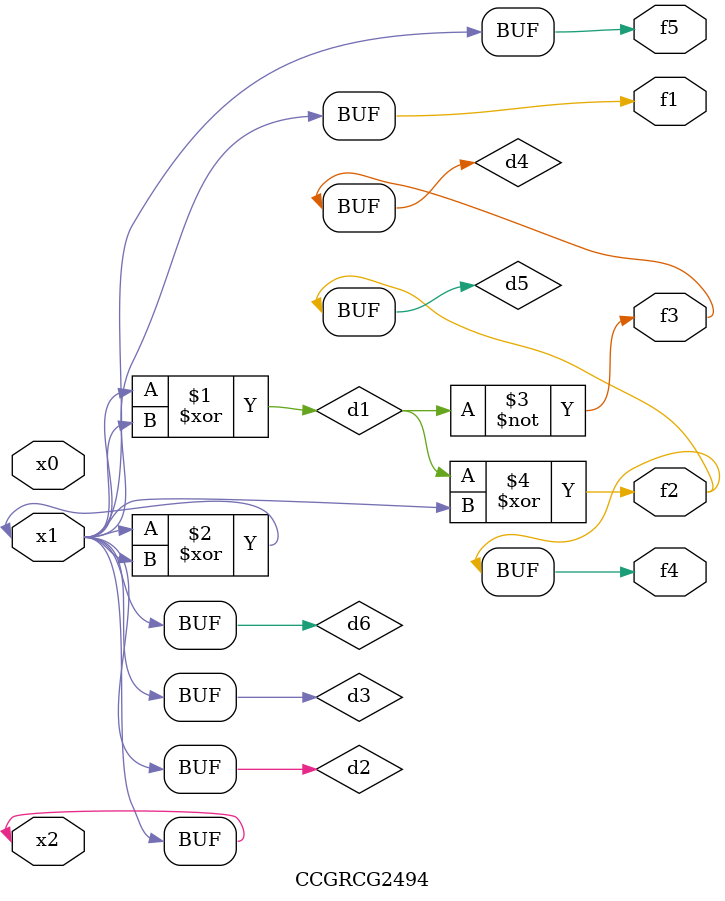
<source format=v>
module CCGRCG2494(
	input x0, x1, x2,
	output f1, f2, f3, f4, f5
);

	wire d1, d2, d3, d4, d5, d6;

	xor (d1, x1, x2);
	buf (d2, x1, x2);
	xor (d3, x1, x2);
	nor (d4, d1);
	xor (d5, d1, d2);
	buf (d6, d2, d3);
	assign f1 = d6;
	assign f2 = d5;
	assign f3 = d4;
	assign f4 = d5;
	assign f5 = d6;
endmodule

</source>
